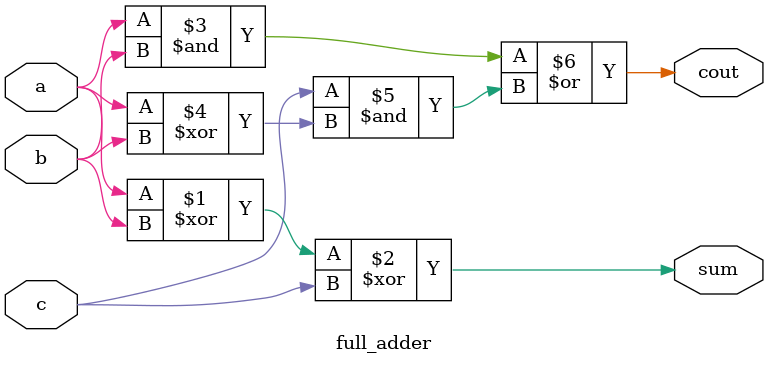
<source format=v>
`timescale 1ns / 1ps


module full_adder(
    input a,b,c,
    output sum,cout
);
assign sum=a^b^c;  
assign cout=(a&b)|(c & (a^b));
endmodule

</source>
